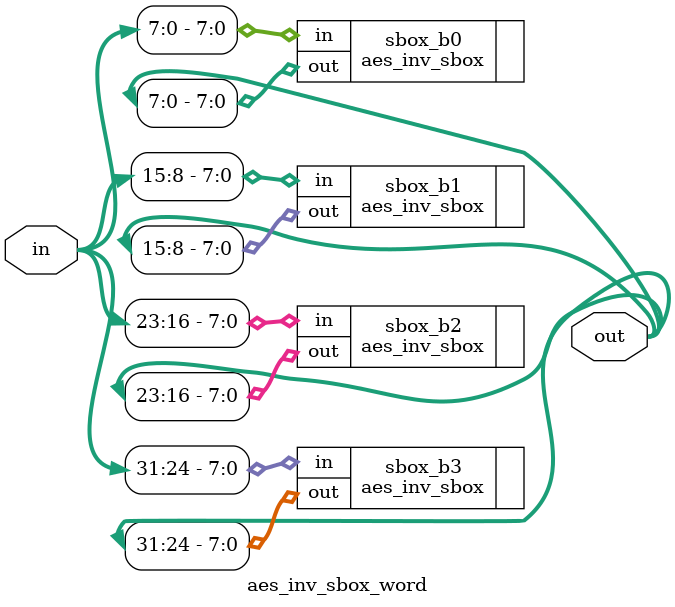
<source format=sv>
/*
* Contact : swann.l.ryan@gmail.com
* Purpose : This file contains 4 sets of the Rijndael inverse SBOX so a whole word
*	    can be looked up simultaneously
*/


module aes_inv_sbox_word(input logic [31:0] in,
		     output logic [31:0] out);
		     
		     
		     
		//Declare the SBOX for (least significant) byte 0 of the input
		aes_inv_sbox sbox_b0(.in(in[7:0]),
				 .out(out[7:0]));
		//Declare the SBOX for byte 1 of the input
		aes_inv_sbox sbox_b1(.in(in[15:8]),
				 .out(out[15:8]));
		//Declare the SBOX for byte 2 of the input
		aes_inv_sbox sbox_b2(.in(in[23:16]),
				 .out(out[23:16]));	
		//Declare the SBOX for byte 3 of the input	
		aes_inv_sbox sbox_b3(.in(in[31:24]),
				 .out(out[31:24]));
		
endmodule

</source>
